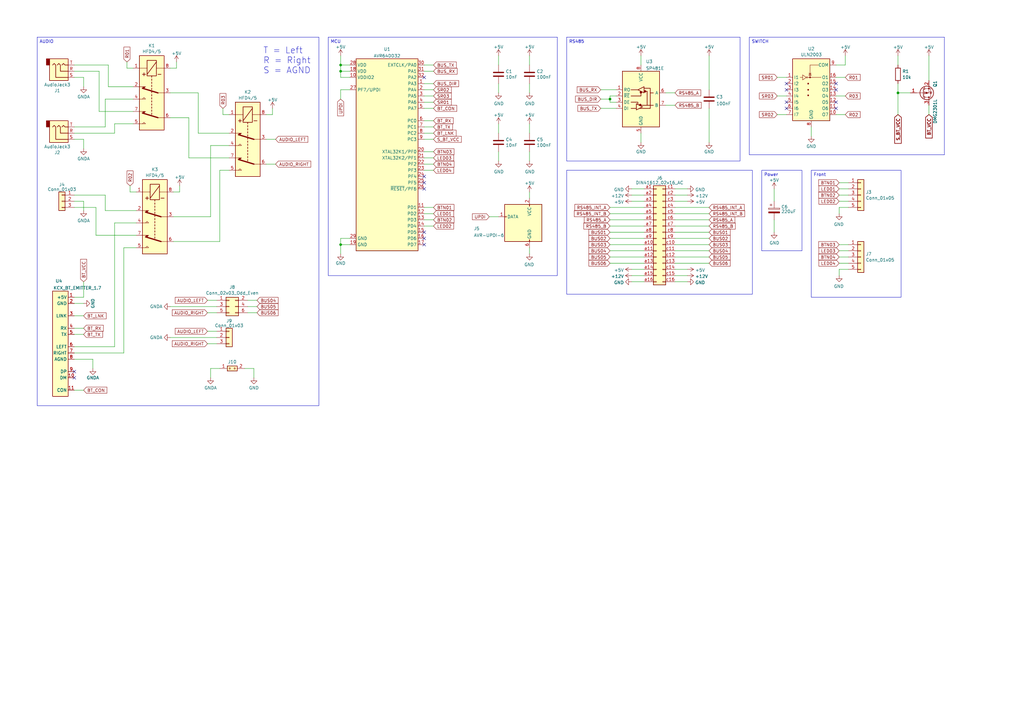
<source format=kicad_sch>
(kicad_sch (version 20230121) (generator eeschema)
  (paper "A3")
  (lib_symbols
    (symbol "Connector:AVR-UPDI-6" (pin_names (offset 1.016))
      (property "Reference" "J" (at -6.35 8.89 0))
      (property "Value" "AVR-UPDI-6" (at 0 8.89 0))
      (symbol "AVR-UPDI-6_1_1"
        (pin passive line (at 10.16 2.54 180) (length 2.54) (name "DATA") (number "1"))
        (pin passive line (at -2.54 10.16 270) (length 2.54) (name "VCC") (number "2"))
        (pin no_connect line (at 7.62 0 180) (length 2.54) hide (name "NC") (number "3"))
        (pin no_connect line (at 7.62 -2.54 180) (length 2.54) hide (name "NC") (number "4"))
        (pin no_connect line (at 7.62 -5.08 180) (length 2.54) hide (name "NC") (number "5"))
        (pin passive line (at -2.54 -10.16 90) (length 2.54) (name "GND") (number "6"))
      )
    )
    (symbol "Connector:DIN41612_02x16_AC" (pin_names (offset 1.016) hide)
      (property "Reference" "J" (at 1.27 20.32 0))
      (property "Value" "DIN41612_02x16_AC" (at 1.27 -22.86 0))
      (symbol "DIN41612_02x16_AC_1_1"
        (pin passive line (at -5.08 17.78 0) (length 3.81) (name "Pin_a1") (number "a1"))
        (pin passive line (at -5.08 -5.08 0) (length 3.81) (name "Pin_a10") (number "a10"))
        (pin passive line (at -5.08 -7.62 0) (length 3.81) (name "Pin_a11") (number "a11"))
        (pin passive line (at -5.08 -10.16 0) (length 3.81) (name "Pin_a12") (number "a12"))
        (pin passive line (at -5.08 -12.7 0) (length 3.81) (name "Pin_a13") (number "a13"))
        (pin passive line (at -5.08 -15.24 0) (length 3.81) (name "Pin_a14") (number "a14"))
        (pin passive line (at -5.08 -17.78 0) (length 3.81) (name "Pin_a15") (number "a15"))
        (pin passive line (at -5.08 -20.32 0) (length 3.81) (name "Pin_a16") (number "a16"))
        (pin passive line (at -5.08 15.24 0) (length 3.81) (name "Pin_a2") (number "a2"))
        (pin passive line (at -5.08 12.7 0) (length 3.81) (name "Pin_a3") (number "a3"))
        (pin passive line (at -5.08 10.16 0) (length 3.81) (name "Pin_a4") (number "a4"))
        (pin passive line (at -5.08 7.62 0) (length 3.81) (name "Pin_a5") (number "a5"))
        (pin passive line (at -5.08 5.08 0) (length 3.81) (name "Pin_a6") (number "a6"))
        (pin passive line (at -5.08 2.54 0) (length 3.81) (name "Pin_a7") (number "a7"))
        (pin passive line (at -5.08 0 0) (length 3.81) (name "Pin_a8") (number "a8"))
        (pin passive line (at -5.08 -2.54 0) (length 3.81) (name "Pin_a9") (number "a9"))
        (pin passive line (at 7.62 17.78 180) (length 3.81) (name "Pin_c1") (number "c1"))
        (pin passive line (at 7.62 -5.08 180) (length 3.81) (name "Pin_c10") (number "c10"))
        (pin passive line (at 7.62 -7.62 180) (length 3.81) (name "Pin_c11") (number "c11"))
        (pin passive line (at 7.62 -10.16 180) (length 3.81) (name "Pin_c12") (number "c12"))
        (pin passive line (at 7.62 -12.7 180) (length 3.81) (name "Pin_c13") (number "c13"))
        (pin passive line (at 7.62 -15.24 180) (length 3.81) (name "Pin_c14") (number "c14"))
        (pin passive line (at 7.62 -17.78 180) (length 3.81) (name "Pin_c15") (number "c15"))
        (pin passive line (at 7.62 -20.32 180) (length 3.81) (name "Pin_c16") (number "c16"))
        (pin passive line (at 7.62 15.24 180) (length 3.81) (name "Pin_c2") (number "c2"))
        (pin passive line (at 7.62 12.7 180) (length 3.81) (name "Pin_c3") (number "c3"))
        (pin passive line (at 7.62 10.16 180) (length 3.81) (name "Pin_c4") (number "c4"))
        (pin passive line (at 7.62 7.62 180) (length 3.81) (name "Pin_c5") (number "c5"))
        (pin passive line (at 7.62 5.08 180) (length 3.81) (name "Pin_c6") (number "c6"))
        (pin passive line (at 7.62 2.54 180) (length 3.81) (name "Pin_c7") (number "c7"))
        (pin passive line (at 7.62 0 180) (length 3.81) (name "Pin_c8") (number "c8"))
        (pin passive line (at 7.62 -2.54 180) (length 3.81) (name "Pin_c9") (number "c9"))
      )
    )
    (symbol "Connector_Audio:AudioJack3"
      (property "Reference" "J" (at 0 8.89 0))
      (property "Value" "AudioJack3" (at 0 6.35 0))
      (symbol "AudioJack3_1_1"
        (pin passive line (at 5.08 0 180) (length 2.54) (name "~") (number "R"))
        (pin passive line (at 5.08 2.54 180) (length 2.54) (name "~") (number "S"))
        (pin passive line (at 5.08 -2.54 180) (length 2.54) (name "~") (number "T"))
      )
    )
    (symbol "Connector_Generic:Conn_01x03" (pin_names (offset 1.016) hide)
      (property "Reference" "J" (at 0 5.08 0))
      (property "Value" "Conn_01x03" (at 0 -5.08 0))
      (symbol "Conn_01x03_1_1"
        (pin passive line (at -5.08 2.54 0) (length 3.81) (name "Pin_1") (number "1"))
        (pin passive line (at -5.08 0 0) (length 3.81) (name "Pin_2") (number "2"))
        (pin passive line (at -5.08 -2.54 0) (length 3.81) (name "Pin_3") (number "3"))
      )
    )
    (symbol "Connector_Generic:Conn_01x05" (pin_names (offset 1.016) hide)
      (property "Reference" "J" (at 0 7.62 0))
      (property "Value" "Conn_01x05" (at 0 -7.62 0))
      (symbol "Conn_01x05_1_1"
        (pin passive line (at -5.08 5.08 0) (length 3.81) (name "Pin_1") (number "1"))
        (pin passive line (at -5.08 2.54 0) (length 3.81) (name "Pin_2") (number "2"))
        (pin passive line (at -5.08 0 0) (length 3.81) (name "Pin_3") (number "3"))
        (pin passive line (at -5.08 -2.54 0) (length 3.81) (name "Pin_4") (number "4"))
        (pin passive line (at -5.08 -5.08 0) (length 3.81) (name "Pin_5") (number "5"))
      )
    )
    (symbol "Connector_Generic:Conn_02x03_Odd_Even" (pin_names (offset 1.016) hide)
      (property "Reference" "J" (at 1.27 5.08 0))
      (property "Value" "Conn_02x03_Odd_Even" (at 1.27 -5.08 0))
      (symbol "Conn_02x03_Odd_Even_1_1"
        (pin passive line (at -5.08 2.54 0) (length 3.81) (name "Pin_1") (number "1"))
        (pin passive line (at 7.62 2.54 180) (length 3.81) (name "Pin_2") (number "2"))
        (pin passive line (at -5.08 0 0) (length 3.81) (name "Pin_3") (number "3"))
        (pin passive line (at 7.62 0 180) (length 3.81) (name "Pin_4") (number "4"))
        (pin passive line (at -5.08 -2.54 0) (length 3.81) (name "Pin_5") (number "5"))
        (pin passive line (at 7.62 -2.54 180) (length 3.81) (name "Pin_6") (number "6"))
      )
    )
    (symbol "Device:C" (pin_numbers hide) (pin_names (offset 0.254))
      (property "Reference" "C" (at 0.635 2.54 0))
      (property "Value" "C" (at 0.635 -2.54 0))
      (symbol "C_1_1"
        (pin passive line (at 0 3.81 270) (length 2.794) (name "~") (number "1"))
        (pin passive line (at 0 -3.81 90) (length 2.794) (name "~") (number "2"))
      )
    )
    (symbol "Device:C_Polarized" (pin_numbers hide) (pin_names (offset 0.254))
      (property "Reference" "C" (at 0.635 2.54 0))
      (property "Value" "C_Polarized" (at 0.635 -2.54 0))
      (symbol "C_Polarized_1_1"
        (pin passive line (at 0 3.81 270) (length 2.794) (name "~") (number "1"))
        (pin passive line (at 0 -3.81 90) (length 2.794) (name "~") (number "2"))
      )
    )
    (symbol "Device:R" (pin_numbers hide) (pin_names (offset 0))
      (property "Reference" "R" (at 2.032 0 90))
      (property "Value" "R" (at 0 0 90))
      (symbol "R_1_1"
        (pin passive line (at 0 3.81 270) (length 1.27) (name "~") (number "1"))
        (pin passive line (at 0 -3.81 90) (length 1.27) (name "~") (number "2"))
      )
    )
    (symbol "Transistor_Array:ULN2003"
      (property "Reference" "U" (at 0 15.875 0))
      (property "Value" "ULN2003" (at 0 13.97 0))
      (symbol "ULN2003_1_1"
        (pin input line (at -10.16 5.08 0) (length 2.54) (name "I1") (number "1"))
        (pin open_collector line (at 10.16 -10.16 180) (length 2.54) (name "O7") (number "10"))
        (pin open_collector line (at 10.16 -7.62 180) (length 2.54) (name "O6") (number "11"))
        (pin open_collector line (at 10.16 -5.08 180) (length 2.54) (name "O5") (number "12"))
        (pin open_collector line (at 10.16 -2.54 180) (length 2.54) (name "O4") (number "13"))
        (pin open_collector line (at 10.16 0 180) (length 2.54) (name "O3") (number "14"))
        (pin open_collector line (at 10.16 2.54 180) (length 2.54) (name "O2") (number "15"))
        (pin open_collector line (at 10.16 5.08 180) (length 2.54) (name "O1") (number "16"))
        (pin input line (at -10.16 2.54 0) (length 2.54) (name "I2") (number "2"))
        (pin input line (at -10.16 0 0) (length 2.54) (name "I3") (number "3"))
        (pin input line (at -10.16 -2.54 0) (length 2.54) (name "I4") (number "4"))
        (pin input line (at -10.16 -5.08 0) (length 2.54) (name "I5") (number "5"))
        (pin input line (at -10.16 -7.62 0) (length 2.54) (name "I6") (number "6"))
        (pin input line (at -10.16 -10.16 0) (length 2.54) (name "I7") (number "7"))
        (pin power_in line (at 0 -15.24 90) (length 2.54) (name "GND") (number "8"))
        (pin passive line (at 10.16 10.16 180) (length 2.54) (name "COM") (number "9"))
      )
    )
    (symbol "Transistor_FET:DMG2301L" (pin_names hide)
      (property "Reference" "Q" (at 5.08 1.905 0))
      (property "Value" "DMG2301L" (at 5.08 0 0))
      (symbol "DMG2301L_1_1"
        (pin input line (at -5.08 0 0) (length 2.54) (name "G") (number "1"))
        (pin passive line (at 2.54 -5.08 90) (length 2.54) (name "S") (number "2"))
        (pin passive line (at 2.54 5.08 270) (length 2.54) (name "D") (number "3"))
      )
    )
    (symbol "kiu:1x02_Jumper"
      (property "Reference" "J" (at 0 2.54 0))
      (symbol "1x02_Jumper_1_1"
        (pin passive line (at -5.08 0 0) (length 3.04) (name "") (number "1"))
        (pin passive line (at 5.08 0 180) (length 3.04) (name "") (number "2"))
      )
    )
    (symbol "kiu:AVR64DD32"
      (property "Reference" "U" (at -12.7 -19.05 0))
      (property "Value" "AVR64DD32" (at 7.62 -19.05 0))
      (symbol "AVR64DD32_1_1"
        (pin bidirectional line (at 15.24 -30.48 180) (length 2.54) (name "PA3") (number "1"))
        (pin power_in line (at -15.24 -27.94 0) (length 2.54) (name "VDDIO2") (number "10"))
        (pin bidirectional line (at 15.24 -81.28 180) (length 2.54) (name "PD1") (number "11"))
        (pin bidirectional line (at 15.24 -83.82 180) (length 2.54) (name "PD2") (number "12"))
        (pin bidirectional line (at 15.24 -86.36 180) (length 2.54) (name "PD3") (number "13"))
        (pin bidirectional line (at 15.24 -88.9 180) (length 2.54) (name "PD4") (number "14"))
        (pin bidirectional line (at 15.24 -91.44 180) (length 2.54) (name "PD5") (number "15"))
        (pin bidirectional line (at 15.24 -93.98 180) (length 2.54) (name "PD6") (number "16"))
        (pin bidirectional line (at 15.24 -96.52 180) (length 2.54) (name "PD7") (number "17"))
        (pin power_in line (at -15.24 -25.4 0) (length 2.54) (name "VDD") (number "18"))
        (pin power_in line (at -15.24 -96.52 0) (length 2.54) (name "GND") (number "19"))
        (pin bidirectional line (at 15.24 -33.02 180) (length 2.54) (name "PA4") (number "2"))
        (pin bidirectional line (at 15.24 -58.42 180) (length 2.54) (name "XTAL32K1/PF0") (number "20"))
        (pin bidirectional line (at 15.24 -60.96 180) (length 2.54) (name "XTAL32K2/PF1") (number "21"))
        (pin bidirectional line (at 15.24 -63.5 180) (length 2.54) (name "PF2") (number "22"))
        (pin bidirectional line (at 15.24 -66.04 180) (length 2.54) (name "PF3") (number "23"))
        (pin bidirectional line (at 15.24 -68.58 180) (length 2.54) (name "PF4") (number "24"))
        (pin bidirectional line (at 15.24 -71.12 180) (length 2.54) (name "PF5") (number "25"))
        (pin input line (at 15.24 -73.66 180) (length 2.54) (name "~{RESET}/PF6") (number "26"))
        (pin bidirectional line (at -15.24 -33.02 0) (length 2.54) (name "PF7/UPDI") (number "27"))
        (pin power_in line (at -15.24 -22.86 0) (length 2.54) (name "VDD") (number "28"))
        (pin power_in line (at -15.24 -93.98 0) (length 2.54) (name "GND") (number "29"))
        (pin bidirectional line (at 15.24 -35.56 180) (length 2.54) (name "PA5") (number "3"))
        (pin bidirectional line (at 15.24 -22.86 180) (length 2.54) (name "EXTCLK/PA0") (number "30"))
        (pin bidirectional line (at 15.24 -25.4 180) (length 2.54) (name "PA1") (number "31"))
        (pin bidirectional line (at 15.24 -27.94 180) (length 2.54) (name "PA2") (number "32"))
        (pin bidirectional line (at 15.24 -38.1 180) (length 2.54) (name "PA6") (number "4"))
        (pin bidirectional line (at 15.24 -40.64 180) (length 2.54) (name "PA7") (number "5"))
        (pin bidirectional line (at 15.24 -45.72 180) (length 2.54) (name "PC0") (number "6"))
        (pin bidirectional line (at 15.24 -48.26 180) (length 2.54) (name "PC1") (number "7"))
        (pin bidirectional line (at 15.24 -50.8 180) (length 2.54) (name "PC2") (number "8"))
        (pin bidirectional line (at 15.24 -53.34 180) (length 2.54) (name "PC3") (number "9"))
      )
    )
    (symbol "kiu:KCX_BT_EMITTER_1.7"
      (property "Reference" "U" (at -20.32 -3.81 0))
      (property "Value" "KCX_BT_EMITTER_1.7" (at 3.175 -3.81 0))
      (symbol "KCX_BT_EMITTER_1.7_1_1"
        (pin power_in line (at -17.78 6.35 270) (length 2.54) (name "+5V") (number "1"))
        (pin bidirectional line (at 15.24 6.35 270) (length 2.54) (name "DM") (number "10"))
        (pin input line (at 20.32 6.35 270) (length 2.54) (name "CON") (number "11"))
        (pin power_in line (at -15.24 6.35 270) (length 2.54) (name "GND") (number "2"))
        (pin output line (at -10.16 6.35 270) (length 2.54) (name "LINK") (number "3"))
        (pin input line (at -5.08 6.35 270) (length 2.54) (name "RX") (number "4"))
        (pin output line (at -2.54 6.35 270) (length 2.54) (name "TX") (number "5"))
        (pin bidirectional line (at 2.54 6.35 270) (length 2.54) (name "LEFT") (number "6"))
        (pin bidirectional line (at 5.08 6.35 270) (length 2.54) (name "RIGHT") (number "7"))
        (pin power_in line (at 7.62 6.35 270) (length 2.54) (name "AGND") (number "8"))
        (pin bidirectional line (at 12.7 6.35 270) (length 2.54) (name "DP") (number "9"))
      )
    )
    (symbol "kiu:Relay_DPDT_HFD4/5"
      (property "Reference" "K" (at 16.51 3.81 0))
      (property "Value" "HFD4/5" (at 16.51 1.27 0))
      (symbol "Relay_DPDT_HFD4/5_1_1"
        (pin passive line (at -10.16 7.62 270) (length 2.54) (name "~") (number "1"))
        (pin passive line (at -2.54 7.62 270) (length 2.54) (name "~") (number "2"))
        (pin passive line (at 0 -7.62 90) (length 2.54) (name "~") (number "3"))
        (pin passive line (at 2.54 7.62 270) (length 2.54) (name "~") (number "4"))
        (pin passive line (at 12.7 7.62 270) (length 2.54) (name "~") (number "5"))
        (pin passive line (at 10.16 -7.62 90) (length 2.54) (name "~") (number "6"))
        (pin passive line (at 7.62 7.62 270) (length 2.54) (name "~") (number "7"))
        (pin passive line (at -10.16 -7.62 90) (length 2.54) (name "~") (number "8"))
      )
    )
    (symbol "kiu:SP481E"
      (property "Reference" "U" (at 3.81 12.7 0))
      (property "Value" "SP481E" (at 7.62 -12.7 0))
      (symbol "SP481E_1_1"
        (pin output line (at -10.16 3.81 0) (length 2.54) (name "RO") (number "1"))
        (pin input line (at -10.16 1.27 0) (length 2.54) (name "~{RE}") (number "2"))
        (pin input line (at -10.16 -1.27 0) (length 2.54) (name "DE") (number "3"))
        (pin input line (at -10.16 -3.81 0) (length 2.54) (name "DI") (number "4"))
        (pin power_in line (at 0 -13.97 90) (length 2.54) (name "GND") (number "5"))
        (pin bidirectional line (at 10.16 2.54 180) (length 2.54) (name "A") (number "6"))
        (pin bidirectional line (at 10.16 -2.54 180) (length 2.54) (name "B") (number "7"))
        (pin power_in line (at 0 13.97 270) (length 2.54) (name "VCC") (number "8"))
      )
    )
    (symbol "power:+12V" (power) (pin_names (offset 0))
      (property "Value" "+12V" (at 0 3.556 0))
      (symbol "+12V_1_1"
        (pin power_in line (at 0 0 90) (length 0) hide (name "+12V") (number "1"))
      )
    )
    (symbol "power:+5V" (power) (pin_names (offset 0))
      (property "Value" "+5V" (at 0 3.556 0))
      (symbol "+5V_1_1"
        (pin power_in line (at 0 0 90) (length 0) hide (name "+5V") (number "1"))
      )
    )
    (symbol "power:GND" (power) (pin_names (offset 0))
      (property "Value" "GND" (at 0 -3.81 0))
      (symbol "GND_1_1"
        (pin power_in line (at 0 0 270) (length 0) hide (name "GND") (number "1"))
      )
    )
    (symbol "power:GNDA" (power) (pin_names (offset 0))
      (property "Value" "GNDA" (at 0 -3.81 0))
      (symbol "GNDA_1_1"
        (pin power_in line (at 0 0 270) (length 0) hide (name "GNDA") (number "1"))
      )
    )
  )
  (junction (at 250.19 40.64))
  (junction (at 139.7 100.33))
  (junction (at 139.7 26.67))
  (junction (at 368.3 38.1))
  (junction (at 139.7 29.21))
  (no_connect (at 322.58 44.45))
  (no_connect (at 322.58 41.91))
  (no_connect (at 342.9 34.29))
  (no_connect (at 342.9 41.91))
  (no_connect (at 173.99 97.79))
  (no_connect (at 342.9 36.83))
  (no_connect (at 322.58 34.29))
  (no_connect (at 342.9 44.45))
  (no_connect (at 173.99 77.47))
  (no_connect (at 173.99 95.25))
  (no_connect (at 173.99 31.75))
  (no_connect (at 173.99 72.39))
  (no_connect (at 173.99 100.33))
  (no_connect (at 173.99 74.93))
  (no_connect (at 30.48 154.94))
  (no_connect (at 322.58 36.83))
  (no_connect (at 30.48 152.4))
  (wire (pts (xy 381 43.18) (xy 381 46.99)))
  (wire (pts (xy 276.86 90.17) (xy 290.83 90.17)))
  (wire (pts (xy 30.48 52.07) (xy 43.18 52.07)))
  (wire (pts (xy 139.7 29.21) (xy 139.7 31.75)))
  (wire (pts (xy 173.99 52.07) (xy 177.8 52.07)))
  (wire (pts (xy 34.29 31.75) (xy 34.29 35.56)))
  (wire (pts (xy 217.17 22.86) (xy 217.17 26.67)))
  (wire (pts (xy 332.74 52.07) (xy 332.74 55.88)))
  (wire (pts (xy 139.7 104.14) (xy 139.7 100.33)))
  (wire (pts (xy 139.7 29.21) (xy 139.7 26.67)))
  (wire (pts (xy 30.48 82.55) (xy 34.29 82.55)))
  (wire (pts (xy 368.3 38.1) (xy 368.3 46.99)))
  (wire (pts (xy 318.77 39.37) (xy 322.58 39.37)))
  (wire (pts (xy 46.99 91.44) (xy 55.88 91.44)))
  (wire (pts (xy 276.86 105.41) (xy 290.83 105.41)))
  (wire (pts (xy 342.9 39.37) (xy 346.71 39.37)))
  (wire (pts (xy 44.45 26.67) (xy 44.45 35.56)))
  (wire (pts (xy 30.48 80.01) (xy 43.18 80.01)))
  (wire (pts (xy 30.48 129.54) (xy 34.29 129.54)))
  (wire (pts (xy 139.7 100.33) (xy 143.51 100.33)))
  (wire (pts (xy 318.77 46.99) (xy 322.58 46.99)))
  (wire (pts (xy 30.48 142.24) (xy 46.99 142.24)))
  (wire (pts (xy 276.86 113.03) (xy 281.94 113.03)))
  (wire (pts (xy 71.12 88.9) (xy 86.36 88.9)))
  (wire (pts (xy 276.86 85.09) (xy 290.83 85.09)))
  (wire (pts (xy 90.17 69.85) (xy 93.98 69.85)))
  (wire (pts (xy 252.73 39.37) (xy 250.19 39.37)))
  (wire (pts (xy 259.08 82.55) (xy 264.16 82.55)))
  (wire (pts (xy 30.48 121.92) (xy 34.29 121.92)))
  (wire (pts (xy 30.48 137.16) (xy 34.29 137.16)))
  (wire (pts (xy 259.08 110.49) (xy 264.16 110.49)))
  (wire (pts (xy 276.86 80.01) (xy 281.94 80.01)))
  (wire (pts (xy 173.99 34.29) (xy 177.8 34.29)))
  (wire (pts (xy 85.09 123.19) (xy 88.9 123.19)))
  (wire (pts (xy 30.48 54.61) (xy 46.99 54.61)))
  (wire (pts (xy 104.14 151.13) (xy 104.14 154.94)))
  (wire (pts (xy 52.07 25.4) (xy 52.07 27.94)))
  (wire (pts (xy 173.99 92.71) (xy 177.8 92.71)))
  (wire (pts (xy 173.99 54.61) (xy 177.8 54.61)))
  (wire (pts (xy 69.85 48.26) (xy 77.47 48.26)))
  (wire (pts (xy 86.36 151.13) (xy 90.17 151.13)))
  (wire (pts (xy 344.17 107.95) (xy 347.98 107.95)))
  (wire (pts (xy 250.19 87.63) (xy 264.16 87.63)))
  (wire (pts (xy 217.17 78.74) (xy 217.17 81.28)))
  (wire (pts (xy 173.99 85.09) (xy 177.8 85.09)))
  (wire (pts (xy 139.7 36.83) (xy 139.7 40.64)))
  (wire (pts (xy 264.16 107.95) (xy 250.19 107.95)))
  (wire (pts (xy 276.86 77.47) (xy 281.94 77.47)))
  (wire (pts (xy 264.16 105.41) (xy 250.19 105.41)))
  (wire (pts (xy 318.77 31.75) (xy 322.58 31.75)))
  (wire (pts (xy 143.51 31.75) (xy 139.7 31.75)))
  (wire (pts (xy 39.37 96.52) (xy 55.88 96.52)))
  (wire (pts (xy 368.3 34.29) (xy 368.3 38.1)))
  (wire (pts (xy 46.99 50.8) (xy 54.61 50.8)))
  (wire (pts (xy 273.05 43.18) (xy 276.86 43.18)))
  (wire (pts (xy 90.17 99.06) (xy 90.17 69.85)))
  (wire (pts (xy 276.86 87.63) (xy 290.83 87.63)))
  (wire (pts (xy 317.5 77.47) (xy 317.5 82.55)))
  (wire (pts (xy 173.99 39.37) (xy 177.8 39.37)))
  (wire (pts (xy 217.17 62.23) (xy 217.17 66.04)))
  (wire (pts (xy 204.47 50.8) (xy 204.47 54.61)))
  (wire (pts (xy 259.08 77.47) (xy 264.16 77.47)))
  (wire (pts (xy 204.47 22.86) (xy 204.47 26.67)))
  (wire (pts (xy 101.6 128.27) (xy 105.41 128.27)))
  (wire (pts (xy 81.28 54.61) (xy 93.98 54.61)))
  (wire (pts (xy 91.44 44.45) (xy 91.44 46.99)))
  (wire (pts (xy 290.83 22.86) (xy 290.83 36.83)))
  (wire (pts (xy 101.6 123.19) (xy 105.41 123.19)))
  (wire (pts (xy 264.16 97.79) (xy 250.19 97.79)))
  (wire (pts (xy 276.86 102.87) (xy 290.83 102.87)))
  (wire (pts (xy 342.9 46.99) (xy 346.71 46.99)))
  (wire (pts (xy 39.37 85.09) (xy 39.37 96.52)))
  (wire (pts (xy 86.36 59.69) (xy 86.36 88.9)))
  (wire (pts (xy 246.38 44.45) (xy 252.73 44.45)))
  (wire (pts (xy 52.07 27.94) (xy 54.61 27.94)))
  (wire (pts (xy 143.51 26.67) (xy 139.7 26.67)))
  (wire (pts (xy 53.34 76.2) (xy 53.34 78.74)))
  (wire (pts (xy 262.89 22.86) (xy 262.89 26.67)))
  (wire (pts (xy 264.16 102.87) (xy 250.19 102.87)))
  (wire (pts (xy 43.18 80.01) (xy 43.18 86.36)))
  (wire (pts (xy 46.99 54.61) (xy 46.99 50.8)))
  (wire (pts (xy 30.48 26.67) (xy 44.45 26.67)))
  (wire (pts (xy 250.19 41.91) (xy 252.73 41.91)))
  (wire (pts (xy 173.99 36.83) (xy 177.8 36.83)))
  (wire (pts (xy 259.08 115.57) (xy 264.16 115.57)))
  (wire (pts (xy 344.17 105.41) (xy 347.98 105.41)))
  (wire (pts (xy 344.17 100.33) (xy 347.98 100.33)))
  (wire (pts (xy 346.71 26.67) (xy 342.9 26.67)))
  (wire (pts (xy 317.5 90.17) (xy 317.5 95.25)))
  (wire (pts (xy 111.76 44.45) (xy 111.76 46.99)))
  (wire (pts (xy 368.3 22.86) (xy 368.3 26.67)))
  (wire (pts (xy 46.99 142.24) (xy 46.99 91.44)))
  (wire (pts (xy 246.38 36.83) (xy 252.73 36.83)))
  (wire (pts (xy 50.8 101.6) (xy 55.88 101.6)))
  (wire (pts (xy 276.86 100.33) (xy 290.83 100.33)))
  (wire (pts (xy 71.12 99.06) (xy 90.17 99.06)))
  (wire (pts (xy 86.36 59.69) (xy 93.98 59.69)))
  (wire (pts (xy 30.48 160.02) (xy 34.29 160.02)))
  (wire (pts (xy 250.19 92.71) (xy 264.16 92.71)))
  (wire (pts (xy 43.18 40.64) (xy 54.61 40.64)))
  (wire (pts (xy 85.09 135.89) (xy 88.9 135.89)))
  (wire (pts (xy 71.12 78.74) (xy 73.66 78.74)))
  (wire (pts (xy 30.48 144.78) (xy 50.8 144.78)))
  (wire (pts (xy 81.28 38.1) (xy 81.28 54.61)))
  (wire (pts (xy 246.38 40.64) (xy 250.19 40.64)))
  (wire (pts (xy 40.64 45.72) (xy 54.61 45.72)))
  (wire (pts (xy 344.17 110.49) (xy 347.98 110.49)))
  (wire (pts (xy 250.19 40.64) (xy 250.19 41.91)))
  (wire (pts (xy 264.16 95.25) (xy 250.19 95.25)))
  (wire (pts (xy 173.99 29.21) (xy 177.8 29.21)))
  (wire (pts (xy 50.8 144.78) (xy 50.8 101.6)))
  (wire (pts (xy 53.34 78.74) (xy 55.88 78.74)))
  (wire (pts (xy 69.85 125.73) (xy 88.9 125.73)))
  (wire (pts (xy 173.99 44.45) (xy 177.8 44.45)))
  (wire (pts (xy 30.48 85.09) (xy 39.37 85.09)))
  (wire (pts (xy 344.17 77.47) (xy 347.98 77.47)))
  (wire (pts (xy 34.29 57.15) (xy 34.29 60.96)))
  (wire (pts (xy 101.6 125.73) (xy 105.41 125.73)))
  (wire (pts (xy 173.99 62.23) (xy 177.8 62.23)))
  (wire (pts (xy 30.48 29.21) (xy 40.64 29.21)))
  (wire (pts (xy 344.17 85.09) (xy 347.98 85.09)))
  (wire (pts (xy 69.85 138.43) (xy 88.9 138.43)))
  (wire (pts (xy 86.36 151.13) (xy 86.36 154.94)))
  (wire (pts (xy 262.89 54.61) (xy 262.89 58.42)))
  (wire (pts (xy 344.17 85.09) (xy 344.17 87.63)))
  (wire (pts (xy 69.85 27.94) (xy 72.39 27.94)))
  (wire (pts (xy 34.29 115.57) (xy 34.29 121.92)))
  (wire (pts (xy 200.66 88.9) (xy 204.47 88.9)))
  (wire (pts (xy 30.48 124.46) (xy 34.29 124.46)))
  (wire (pts (xy 276.86 82.55) (xy 281.94 82.55)))
  (wire (pts (xy 217.17 34.29) (xy 217.17 38.1)))
  (wire (pts (xy 250.19 90.17) (xy 264.16 90.17)))
  (wire (pts (xy 43.18 86.36) (xy 55.88 86.36)))
  (wire (pts (xy 344.17 74.93) (xy 347.98 74.93)))
  (wire (pts (xy 344.17 110.49) (xy 344.17 113.03)))
  (wire (pts (xy 342.9 31.75) (xy 346.71 31.75)))
  (wire (pts (xy 30.48 134.62) (xy 34.29 134.62)))
  (wire (pts (xy 139.7 36.83) (xy 143.51 36.83)))
  (wire (pts (xy 143.51 97.79) (xy 139.7 97.79)))
  (wire (pts (xy 38.1 147.32) (xy 38.1 151.13)))
  (wire (pts (xy 173.99 64.77) (xy 177.8 64.77)))
  (wire (pts (xy 77.47 48.26) (xy 77.47 64.77)))
  (wire (pts (xy 264.16 100.33) (xy 250.19 100.33)))
  (wire (pts (xy 85.09 140.97) (xy 88.9 140.97)))
  (wire (pts (xy 173.99 87.63) (xy 177.8 87.63)))
  (wire (pts (xy 109.22 46.99) (xy 111.76 46.99)))
  (wire (pts (xy 173.99 41.91) (xy 177.8 41.91)))
  (wire (pts (xy 30.48 147.32) (xy 38.1 147.32)))
  (wire (pts (xy 250.19 39.37) (xy 250.19 40.64)))
  (wire (pts (xy 173.99 90.17) (xy 177.8 90.17)))
  (wire (pts (xy 143.51 29.21) (xy 139.7 29.21)))
  (wire (pts (xy 173.99 57.15) (xy 177.8 57.15)))
  (wire (pts (xy 173.99 69.85) (xy 177.8 69.85)))
  (wire (pts (xy 34.29 82.55) (xy 34.29 86.36)))
  (wire (pts (xy 290.83 44.45) (xy 290.83 58.42)))
  (wire (pts (xy 259.08 113.03) (xy 264.16 113.03)))
  (wire (pts (xy 173.99 67.31) (xy 177.8 67.31)))
  (wire (pts (xy 217.17 50.8) (xy 217.17 54.61)))
  (wire (pts (xy 73.66 76.2) (xy 73.66 78.74)))
  (wire (pts (xy 217.17 101.6) (xy 217.17 104.14)))
  (wire (pts (xy 30.48 31.75) (xy 34.29 31.75)))
  (wire (pts (xy 276.86 92.71) (xy 290.83 92.71)))
  (wire (pts (xy 276.86 110.49) (xy 281.94 110.49)))
  (wire (pts (xy 40.64 29.21) (xy 40.64 45.72)))
  (wire (pts (xy 344.17 82.55) (xy 347.98 82.55)))
  (wire (pts (xy 109.22 57.15) (xy 113.03 57.15)))
  (wire (pts (xy 139.7 97.79) (xy 139.7 100.33)))
  (wire (pts (xy 250.19 85.09) (xy 264.16 85.09)))
  (wire (pts (xy 30.48 57.15) (xy 34.29 57.15)))
  (wire (pts (xy 77.47 64.77) (xy 93.98 64.77)))
  (wire (pts (xy 44.45 35.56) (xy 54.61 35.56)))
  (wire (pts (xy 72.39 25.4) (xy 72.39 27.94)))
  (wire (pts (xy 346.71 22.86) (xy 346.71 26.67)))
  (wire (pts (xy 276.86 107.95) (xy 290.83 107.95)))
  (wire (pts (xy 276.86 95.25) (xy 290.83 95.25)))
  (wire (pts (xy 273.05 38.1) (xy 276.86 38.1)))
  (wire (pts (xy 259.08 80.01) (xy 264.16 80.01)))
  (wire (pts (xy 344.17 80.01) (xy 347.98 80.01)))
  (wire (pts (xy 344.17 102.87) (xy 347.98 102.87)))
  (wire (pts (xy 204.47 34.29) (xy 204.47 38.1)))
  (wire (pts (xy 85.09 128.27) (xy 88.9 128.27)))
  (wire (pts (xy 381 22.86) (xy 381 33.02)))
  (wire (pts (xy 91.44 46.99) (xy 93.98 46.99)))
  (wire (pts (xy 204.47 62.23) (xy 204.47 66.04)))
  (wire (pts (xy 276.86 115.57) (xy 281.94 115.57)))
  (wire (pts (xy 100.33 151.13) (xy 104.14 151.13)))
  (wire (pts (xy 173.99 49.53) (xy 177.8 49.53)))
  (wire (pts (xy 69.85 38.1) (xy 81.28 38.1)))
  (wire (pts (xy 139.7 26.67) (xy 139.7 22.86)))
  (wire (pts (xy 43.18 52.07) (xy 43.18 40.64)))
  (wire (pts (xy 368.3 38.1) (xy 373.38 38.1)))
  (wire (pts (xy 109.22 67.31) (xy 113.03 67.31)))
  (wire (pts (xy 276.86 97.79) (xy 290.83 97.79)))
  (wire (pts (xy 173.99 26.67) (xy 177.8 26.67)))
  (rectangle (start 232.41 69.85) (end 308.61 120.65))
  (text_box "Power" (at 312.42 69.85 0) (size 16.51 33.02) (effects (font (size 1.27 1.27)) (justify left top)))
  (text_box "Front" (at 332.74 69.85 0) (size 36.83 52.07) (effects (font (size 1.27 1.27)) (justify left top)))
  (text_box "SWITCH" (at 307.34 15.24 0) (size 80.01 48.26) (effects (font (size 1.27 1.27)) (justify left top)))
  (text_box "RS485" (at 232.41 15.24 0) (size 71.12 50.8) (effects (font (size 1.27 1.27)) (justify left top)))
  (text_box "MCU" (at 134.62 15.24 0) (size 93.98 97.79) (effects (font (size 1.27 1.27)) (justify left top)))
  (text_box "AUDIO" (at 15.24 15.24 0) (size 115.57 151.13) (effects (font (size 1.27 1.27)) (justify left top)))
  (text "T = Left\nR = Right\nS = AGND" (at 107.95 30.48 0) (effects (font (size 2.54 2.54)) (justify left bottom)))
  (global_label "BUS04" (shape input) (at 290.83 102.87 0) (property "Intersheetrefs" "${INTERSHEET_REFS}" (effects hide)))
  (global_label "BUS04" (shape input) (at 250.19 102.87 180) (property "Intersheetrefs" "${INTERSHEET_REFS}" (effects hide)))
  (global_label "BT_TX" (shape input) (at 177.8 52.07 0) (property "Intersheetrefs" "${INTERSHEET_REFS}" (effects hide)))
  (global_label "RS485_INT_B" (shape input) (at 290.83 87.63 0) (property "Intersheetrefs" "${INTERSHEET_REFS}" (effects hide)))
  (global_label "BUS06" (shape input) (at 105.41 128.27 0) (property "Intersheetrefs" "${INTERSHEET_REFS}" (effects hide)))
  (global_label "BT_LNK" (shape input) (at 34.29 129.54 0) (property "Intersheetrefs" "${INTERSHEET_REFS}" (effects hide)))
  (global_label "BTN04" (shape input) (at 344.17 105.41 180) (property "Intersheetrefs" "${INTERSHEET_REFS}" (effects hide)))
  (global_label "BUS_TX" (shape input) (at 177.8 26.67 0) (property "Intersheetrefs" "${INTERSHEET_REFS}" (effects hide)))
  (global_label "BUS02" (shape input) (at 250.19 97.79 180) (property "Intersheetrefs" "${INTERSHEET_REFS}" (effects hide)))
  (global_label "RS485_A" (shape input) (at 276.86 38.1 0) (property "Intersheetrefs" "${INTERSHEET_REFS}" (effects hide)))
  (global_label "BUS02" (shape input) (at 290.83 97.79 0) (property "Intersheetrefs" "${INTERSHEET_REFS}" (effects hide)))
  (global_label "BUS05" (shape input) (at 250.19 105.41 180) (property "Intersheetrefs" "${INTERSHEET_REFS}" (effects hide)))
  (global_label "BUS_RX" (shape input) (at 177.8 29.21 0) (property "Intersheetrefs" "${INTERSHEET_REFS}" (effects hide)))
  (global_label "RS485_A" (shape input) (at 250.19 90.17 180) (property "Intersheetrefs" "${INTERSHEET_REFS}" (effects hide)))
  (global_label "RS485_B" (shape input) (at 250.19 92.71 180) (property "Intersheetrefs" "${INTERSHEET_REFS}" (effects hide)))
  (global_label "BUS04" (shape input) (at 105.41 123.19 0) (property "Intersheetrefs" "${INTERSHEET_REFS}" (effects hide)))
  (global_label "AUDIO_RIGHT" (shape input) (at 85.09 128.27 180) (property "Intersheetrefs" "${INTERSHEET_REFS}" (effects hide)))
  (global_label "SR01" (shape input) (at 177.8 41.91 0) (property "Intersheetrefs" "${INTERSHEET_REFS}" (effects hide)))
  (global_label "LED03" (shape input) (at 177.8 64.77 0) (property "Intersheetrefs" "${INTERSHEET_REFS}" (effects hide)))
  (global_label "BUS_RX" (shape input) (at 246.38 36.83 180) (property "Intersheetrefs" "${INTERSHEET_REFS}" (effects hide)))
  (global_label "BTN02" (shape input) (at 344.17 80.01 180) (property "Intersheetrefs" "${INTERSHEET_REFS}" (effects hide)))
  (global_label "R02" (shape input) (at 53.34 76.2 90) (property "Intersheetrefs" "${INTERSHEET_REFS}" (effects hide)))
  (global_label "S_BT_VCC" (shape input) (at 177.8 57.15 0) (property "Intersheetrefs" "${INTERSHEET_REFS}" (effects hide)))
  (global_label "R02" (shape input) (at 346.71 46.99 0) (property "Intersheetrefs" "${INTERSHEET_REFS}" (effects hide)))
  (global_label "LED02" (shape input) (at 177.8 92.71 0) (property "Intersheetrefs" "${INTERSHEET_REFS}" (effects hide)))
  (global_label "BUS01" (shape input) (at 250.19 95.25 180) (property "Intersheetrefs" "${INTERSHEET_REFS}" (effects hide)))
  (global_label "BT_RX" (shape input) (at 34.29 134.62 0) (property "Intersheetrefs" "${INTERSHEET_REFS}" (effects hide)))
  (global_label "BT_CON" (shape input) (at 34.29 160.02 0) (property "Intersheetrefs" "${INTERSHEET_REFS}" (effects hide)))
  (global_label "RS485_B" (shape input) (at 276.86 43.18 0) (property "Intersheetrefs" "${INTERSHEET_REFS}" (effects hide)))
  (global_label "RS485_B" (shape input) (at 290.83 92.71 0) (property "Intersheetrefs" "${INTERSHEET_REFS}" (effects hide)))
  (global_label "BUS05" (shape input) (at 105.41 125.73 0) (property "Intersheetrefs" "${INTERSHEET_REFS}" (effects hide)))
  (global_label "SR02" (shape input) (at 318.77 46.99 180) (property "Intersheetrefs" "${INTERSHEET_REFS}" (effects hide)))
  (global_label "LED04" (shape input) (at 177.8 69.85 0) (property "Intersheetrefs" "${INTERSHEET_REFS}" (effects hide)))
  (global_label "BUS_DIR" (shape input) (at 177.8 34.29 0) (property "Intersheetrefs" "${INTERSHEET_REFS}" (effects hide)))
  (global_label "BUS06" (shape input) (at 290.83 107.95 0) (property "Intersheetrefs" "${INTERSHEET_REFS}" (effects hide)))
  (global_label "UPDI" (shape input) (at 200.66 88.9 180) (property "Intersheetrefs" "${INTERSHEET_REFS}" (effects hide)))
  (global_label "SR03" (shape input) (at 177.8 39.37 0) (property "Intersheetrefs" "${INTERSHEET_REFS}" (effects hide)))
  (global_label "R03" (shape input) (at 91.44 44.45 90) (property "Intersheetrefs" "${INTERSHEET_REFS}" (effects hide)))
  (global_label "LED01" (shape input) (at 177.8 87.63 0) (property "Intersheetrefs" "${INTERSHEET_REFS}" (effects hide)))
  (global_label "BUS_TX" (shape input) (at 246.38 44.45 180) (property "Intersheetrefs" "${INTERSHEET_REFS}" (effects hide)))
  (global_label "UPDI" (shape input) (at 139.7 40.64 270) (property "Intersheetrefs" "${INTERSHEET_REFS}" (effects hide)))
  (global_label "LED02" (shape input) (at 344.17 82.55 180) (property "Intersheetrefs" "${INTERSHEET_REFS}" (effects hide)))
  (global_label "SR02" (shape input) (at 177.8 36.83 0) (property "Intersheetrefs" "${INTERSHEET_REFS}" (effects hide)))
  (global_label "RS485_A" (shape input) (at 290.83 90.17 0) (property "Intersheetrefs" "${INTERSHEET_REFS}" (effects hide)))
  (global_label "BTN04" (shape input) (at 177.8 67.31 0) (property "Intersheetrefs" "${INTERSHEET_REFS}" (effects hide)))
  (global_label "AUDIO_LEFT" (shape input) (at 85.09 135.89 180) (property "Intersheetrefs" "${INTERSHEET_REFS}" (effects hide)))
  (global_label "RS485_INT_A" (shape input) (at 290.83 85.09 0) (property "Intersheetrefs" "${INTERSHEET_REFS}" (effects hide)))
  (global_label "LED01" (shape input) (at 344.17 77.47 180) (property "Intersheetrefs" "${INTERSHEET_REFS}" (effects hide)))
  (global_label "BT_CON" (shape input) (at 177.8 44.45 0) (property "Intersheetrefs" "${INTERSHEET_REFS}" (effects hide)))
  (global_label "BT_RX" (shape input) (at 177.8 49.53 0) (property "Intersheetrefs" "${INTERSHEET_REFS}" (effects hide)))
  (global_label "R03" (shape input) (at 346.71 39.37 0) (property "Intersheetrefs" "${INTERSHEET_REFS}" (effects hide)))
  (global_label "BT_VCC" (shape input) (at 381 46.99 270) (effects (font bold)) (property "Intersheetrefs" "${INTERSHEET_REFS}" (effects hide)))
  (global_label "S_BT_VCC" (shape input) (at 368.3 46.99 270) (effects (font bold)) (property "Intersheetrefs" "${INTERSHEET_REFS}" (effects hide)))
  (global_label "BUS03" (shape input) (at 290.83 100.33 0) (property "Intersheetrefs" "${INTERSHEET_REFS}" (effects hide)))
  (global_label "BT_LNK" (shape input) (at 177.8 54.61 0) (property "Intersheetrefs" "${INTERSHEET_REFS}" (effects hide)))
  (global_label "BUS_DIR" (shape input) (at 246.38 40.64 180) (property "Intersheetrefs" "${INTERSHEET_REFS}" (effects hide)))
  (global_label "LED04" (shape input) (at 344.17 107.95 180) (property "Intersheetrefs" "${INTERSHEET_REFS}" (effects hide)))
  (global_label "BUS05" (shape input) (at 290.83 105.41 0) (property "Intersheetrefs" "${INTERSHEET_REFS}" (effects hide)))
  (global_label "AUDIO_LEFT" (shape input) (at 85.09 123.19 180) (property "Intersheetrefs" "${INTERSHEET_REFS}" (effects hide)))
  (global_label "R01" (shape input) (at 346.71 31.75 0) (property "Intersheetrefs" "${INTERSHEET_REFS}" (effects hide)))
  (global_label "BUS01" (shape input) (at 290.83 95.25 0) (property "Intersheetrefs" "${INTERSHEET_REFS}" (effects hide)))
  (global_label "AUDIO_RIGHT" (shape input) (at 85.09 140.97 180) (property "Intersheetrefs" "${INTERSHEET_REFS}" (effects hide)))
  (global_label "BUS03" (shape input) (at 250.19 100.33 180) (property "Intersheetrefs" "${INTERSHEET_REFS}" (effects hide)))
  (global_label "BTN03" (shape input) (at 177.8 62.23 0) (property "Intersheetrefs" "${INTERSHEET_REFS}" (effects hide)))
  (global_label "AUDIO_LEFT" (shape input) (at 113.03 57.15 0) (property "Intersheetrefs" "${INTERSHEET_REFS}" (effects hide)))
  (global_label "BTN01" (shape input) (at 344.17 74.93 180) (property "Intersheetrefs" "${INTERSHEET_REFS}" (effects hide)))
  (global_label "SR01" (shape input) (at 318.77 31.75 180) (property "Intersheetrefs" "${INTERSHEET_REFS}" (effects hide)))
  (global_label "SR03" (shape input) (at 318.77 39.37 180) (property "Intersheetrefs" "${INTERSHEET_REFS}" (effects hide)))
  (global_label "AUDIO_RIGHT" (shape input) (at 113.03 67.31 0) (property "Intersheetrefs" "${INTERSHEET_REFS}" (effects hide)))
  (global_label "LED03" (shape input) (at 344.17 102.87 180) (property "Intersheetrefs" "${INTERSHEET_REFS}" (effects hide)))
  (global_label "R01" (shape input) (at 52.07 25.4 90) (property "Intersheetrefs" "${INTERSHEET_REFS}" (effects hide)))
  (global_label "BTN01" (shape input) (at 177.8 85.09 0) (property "Intersheetrefs" "${INTERSHEET_REFS}" (effects hide)))
  (global_label "RS485_INT_B" (shape input) (at 250.19 87.63 180) (property "Intersheetrefs" "${INTERSHEET_REFS}" (effects hide)))
  (global_label "BUS06" (shape input) (at 250.19 107.95 180) (property "Intersheetrefs" "${INTERSHEET_REFS}" (effects hide)))
  (global_label "BTN02" (shape input) (at 177.8 90.17 0) (property "Intersheetrefs" "${INTERSHEET_REFS}" (effects hide)))
  (global_label "BT_VCC" (shape input) (at 34.29 115.57 90) (property "Intersheetrefs" "${INTERSHEET_REFS}" (effects hide)))
  (global_label "BTN03" (shape input) (at 344.17 100.33 180) (property "Intersheetrefs" "${INTERSHEET_REFS}" (effects hide)))
  (global_label "BT_TX" (shape input) (at 34.29 137.16 0) (property "Intersheetrefs" "${INTERSHEET_REFS}" (effects hide)))
  (global_label "RS485_INT_A" (shape input) (at 250.19 85.09 180) (property "Intersheetrefs" "${INTERSHEET_REFS}" (effects hide)))
  (symbol (lib_id "Connector_Audio:AudioJack3") (at 25.4 54.61 0) (mirror x) (unit 1)
    (property "Reference" "J2" (at 23.495 62.5643 0))
    (property "Value" "AudioJack3" (at 23.495 60.1401 0))
    (property "Footprint" "kiu:PJ-325C5" (effects hide))
  )
  (symbol (lib_id "kiu:Relay_DPDT_HFD4/5") (at 63.5 88.9 90) (mirror x) (unit 1)
    (property "Reference" "K3" (at 63.5 69.5157 90))
    (property "Value" "HFD4/5" (at 63.5 71.9399 90))
    (property "Footprint" "kiu:Relay_DPDT_HDF4-5" (effects hide))
    (property "Datasheet" "https://datasheet.lcsc.com/lcsc/2304140030_HF-Xiamen-Hongfa-Electroacoustic-HFD4-5_C23510.pdf" (effects hide))
  )
  (symbol (lib_id "power:+5V") (at 217.17 50.8 0) (unit 1)
    (property "Reference" "#PWR015" (effects hide))
    (property "Value" "+5V" (at 217.17 47.1955 0))
  )
  (symbol (lib_id "kiu:KCX_BT_EMITTER_1.7") (at 24.13 139.7 270) (unit 1)
    (property "Reference" "U4" (at 24.13 115.2357 90))
    (property "Value" "KCX_BT_EMITTER_1.7" (at 31.75 118.11 90))
    (property "Footprint" "kiu:KCX_BT_EMITTER_V1.7 12P" (effects hide))
  )
  (symbol (lib_id "power:+5V") (at 346.71 22.86 0) (unit 1)
    (property "Reference" "#PWR06" (effects hide))
    (property "Value" "+5V" (at 346.71 19.3581 0))
  )
  (symbol (lib_id "power:GND") (at 217.17 38.1 0) (unit 1)
    (property "Reference" "#PWR012" (effects hide))
    (property "Value" "GND" (at 217.297 42.4942 0))
  )
  (symbol (lib_id "Transistor_FET:DMG2301L") (at 378.46 38.1 0) (mirror x) (unit 1)
    (property "Reference" "Q1" (at 383.54 33.02 90) (effects (justify left)))
    (property "Value" "DMG2301L" (at 383.54 40.64 90) (effects (justify left)))
    (property "Footprint" "Package_TO_SOT_SMD:SOT-23" (effects hide))
    (property "Datasheet" "https://www.diodes.com/assets/Datasheets/DMG2301L.pdf" (effects hide))
  )
  (symbol (lib_id "Device:R") (at 368.3 30.48 0) (unit 1)
    (property "Reference" "R1" (at 370.078 29.2679 0) (effects (justify left)))
    (property "Value" "10k" (at 370.078 31.6921 0) (effects (justify left)))
    (property "Footprint" "Resistor_SMD:R_0805_2012Metric" (effects hide))
  )
  (symbol (lib_id "power:+5V") (at 73.66 76.2 0) (mirror y) (unit 1)
    (property "Reference" "#PWR022" (effects hide))
    (property "Value" "+5V" (at 73.66 72.6981 0))
  )
  (symbol (lib_id "power:GND") (at 290.83 58.42 0) (unit 1)
    (property "Reference" "#PWR018" (effects hide))
    (property "Value" "GND" (at 290.83 62.23 0))
  )
  (symbol (lib_id "power:+5V") (at 381 22.86 0) (mirror y) (unit 1)
    (property "Reference" "#PWR08" (effects hide))
    (property "Value" "+5V" (at 381 19.3581 0))
  )
  (symbol (lib_id "power:+5V") (at 72.39 25.4 0) (mirror y) (unit 1)
    (property "Reference" "#PWR09" (effects hide))
    (property "Value" "+5V" (at 72.39 21.8981 0))
  )
  (symbol (lib_id "power:+5V") (at 217.17 22.86 0) (unit 1)
    (property "Reference" "#PWR03" (effects hide))
    (property "Value" "+5V" (at 217.17 19.2555 0))
  )
  (symbol (lib_id "power:+5V") (at 262.89 22.86 0) (unit 1)
    (property "Reference" "#PWR04" (effects hide))
    (property "Value" "+5V" (at 262.89 19.2555 0))
  )
  (symbol (lib_id "power:+5V") (at 259.08 82.55 90) (unit 1)
    (property "Reference" "#PWR029" (effects hide))
    (property "Value" "+5V" (at 255.9051 82.8668 90) (effects (justify left)))
  )
  (symbol (lib_id "power:+5V") (at 317.5 77.47 0) (unit 1)
    (property "Reference" "#PWR025" (effects hide))
    (property "Value" "+5V" (at 317.5 73.8655 0))
  )
  (symbol (lib_id "Connector_Generic:Conn_01x05") (at 353.06 80.01 0) (unit 1)
    (property "Reference" "J3" (at 355.092 78.7979 0) (effects (justify left)))
    (property "Value" "Conn_01x05" (at 355.092 81.2221 0) (effects (justify left)))
    (property "Footprint" "Connector_JST:JST_PH_B5B-PH-K_1x05_P2.00mm_Vertical" (effects hide))
  )
  (symbol (lib_id "Connector_Generic:Conn_02x03_Odd_Even") (at 93.98 125.73 0) (unit 1)
    (property "Reference" "J8" (at 95.25 117.7757 0))
    (property "Value" "Conn_02x03_Odd_Even" (at 95.25 120.1999 0))
    (property "Footprint" "Connector_PinHeader_2.54mm:PinHeader_2x03_P2.54mm_Vertical" (effects hide))
  )
  (symbol (lib_id "Device:C") (at 204.47 30.48 0) (unit 1)
    (property "Reference" "C1" (at 207.391 29.3116 0) (effects (justify left)))
    (property "Value" "10nF" (at 207.391 31.623 0) (effects (justify left)))
    (property "Footprint" "Capacitor_SMD:C_0805_2012Metric" (effects hide))
  )
  (symbol (lib_id "power:GND") (at 344.17 87.63 0) (mirror y) (unit 1)
    (property "Reference" "#PWR032" (effects hide))
    (property "Value" "GND" (at 344.043 92.0242 0))
  )
  (symbol (lib_id "power:+5V") (at 281.94 82.55 270) (unit 1)
    (property "Reference" "#PWR030" (effects hide))
    (property "Value" "+5V" (at 285.115 82.8668 90) (effects (justify left)))
  )
  (symbol (lib_id "power:+5V") (at 259.08 110.49 90) (unit 1)
    (property "Reference" "#PWR036" (effects hide))
    (property "Value" "+5V" (at 255.9051 110.8068 90) (effects (justify left)))
  )
  (symbol (lib_id "Device:C") (at 217.17 58.42 0) (unit 1)
    (property "Reference" "C5" (at 220.091 57.2516 0) (effects (justify left)))
    (property "Value" "100nF" (at 220.091 59.563 0) (effects (justify left)))
    (property "Footprint" "Capacitor_SMD:C_0805_2012Metric" (effects hide))
  )
  (symbol (lib_id "power:GND") (at 344.17 113.03 0) (mirror y) (unit 1)
    (property "Reference" "#PWR040" (effects hide))
    (property "Value" "GND" (at 344.043 117.4242 0))
  )
  (symbol (lib_id "power:GND") (at 317.5 95.25 0) (unit 1)
    (property "Reference" "#PWR033" (effects hide))
    (property "Value" "GND" (at 317.627 99.6442 0))
  )
  (symbol (lib_id "Connector:DIN41612_02x16_AC") (at 269.24 95.25 0) (unit 1)
    (property "Reference" "J6" (at 270.51 73.009 0))
    (property "Value" "DIN41612_02x16_AC" (at 270.51 74.93 0))
    (property "Footprint" "Connector_DIN:DIN41612_C2_2x16_Male_Horizontal_THT" (effects hide))
  )
  (symbol (lib_id "power:+5V") (at 217.17 78.74 0) (unit 1)
    (property "Reference" "#PWR026" (effects hide))
    (property "Value" "+5V" (at 217.17 75.1355 0))
  )
  (symbol (lib_id "kiu:Relay_DPDT_HFD4/5") (at 101.6 57.15 90) (mirror x) (unit 1)
    (property "Reference" "K2" (at 101.6 37.7657 90))
    (property "Value" "HFD4/5" (at 101.6 40.1899 90))
    (property "Footprint" "kiu:Relay_DPDT_HDF4-5" (effects hide))
    (property "Datasheet" "https://datasheet.lcsc.com/lcsc/2304140030_HF-Xiamen-Hongfa-Electroacoustic-HFD4-5_C23510.pdf" (effects hide))
  )
  (symbol (lib_id "power:GNDA") (at 69.85 125.73 270) (unit 1)
    (property "Reference" "#PWR044" (effects hide))
    (property "Value" "GNDA" (at 66.6751 125.73 90) (effects (justify right)))
  )
  (symbol (lib_id "power:+12V") (at 259.08 80.01 90) (unit 1)
    (property "Reference" "#PWR027" (effects hide))
    (property "Value" "+12V" (at 255.905 80.3268 90) (effects (justify left)))
  )
  (symbol (lib_id "power:+5V") (at 139.7 22.86 0) (unit 1)
    (property "Reference" "#PWR01" (effects hide))
    (property "Value" "+5V" (at 139.7 19.2555 0))
  )
  (symbol (lib_id "power:+5V") (at 204.47 22.86 0) (unit 1)
    (property "Reference" "#PWR02" (effects hide))
    (property "Value" "+5V" (at 204.47 19.2555 0))
  )
  (symbol (lib_id "power:+5V") (at 204.47 50.8 0) (unit 1)
    (property "Reference" "#PWR014" (effects hide))
    (property "Value" "+5V" (at 204.47 47.1955 0))
  )
  (symbol (lib_id "kiu:1x02_Jumper") (at 95.25 151.13 0) (unit 1)
    (property "Reference" "J10" (at 95.25 148.3939 0))
    (property "Value" "1x02_Jumper" (effects hide))
    (property "Footprint" "Connector_PinHeader_2.54mm:PinHeader_1x02_P2.54mm_Vertical" (effects hide))
  )
  (symbol (lib_id "Connector_Generic:Conn_01x03") (at 25.4 82.55 0) (mirror y) (unit 1)
    (property "Reference" "J4" (at 25.4 75.7301 0))
    (property "Value" "Conn_01x03" (at 25.4 77.6511 0))
    (property "Footprint" "Connector_PinHeader_2.54mm:PinHeader_1x03_P2.54mm_Vertical" (effects hide))
  )
  (symbol (lib_id "kiu:AVR64DD32") (at 158.75 3.81 0) (unit 1)
    (property "Reference" "U1" (at 158.75 20.1635 0))
    (property "Value" "AVR64DD32" (at 158.75 22.9386 0))
    (property "Footprint" "Package_QFP:TQFP-32_7x7mm_P0.8mm" (effects hide))
  )
  (symbol (lib_id "kiu:SP481E") (at 262.89 40.64 0) (unit 1)
    (property "Reference" "U3" (at 264.9094 25.2435 0) (effects (justify left)))
    (property "Value" "SP481E" (at 264.9094 28.0186 0) (effects (justify left)))
    (property "Footprint" "Package_SO:SOIC-8_3.9x4.9mm_P1.27mm" (effects hide))
  )
  (symbol (lib_id "Device:C") (at 204.47 58.42 0) (unit 1)
    (property "Reference" "C4" (at 207.391 57.2516 0) (effects (justify left)))
    (property "Value" "10nF" (at 207.391 59.563 0) (effects (justify left)))
    (property "Footprint" "Capacitor_SMD:C_0805_2012Metric" (effects hide))
  )
  (symbol (lib_id "power:+12V") (at 281.94 80.01 270) (mirror x) (unit 1)
    (property "Reference" "#PWR028" (effects hide))
    (property "Value" "+12V" (at 285.115 80.3268 90) (effects (justify left)))
  )
  (symbol (lib_id "power:+5V") (at 111.76 44.45 0) (mirror y) (unit 1)
    (property "Reference" "#PWR013" (effects hide))
    (property "Value" "+5V" (at 111.76 40.9481 0))
  )
  (symbol (lib_id "kiu:Relay_DPDT_HFD4/5") (at 62.23 38.1 90) (mirror x) (unit 1)
    (property "Reference" "K1" (at 62.23 18.7157 90))
    (property "Value" "HFD4/5" (at 62.23 21.1399 90))
    (property "Footprint" "kiu:Relay_DPDT_HDF4-5" (effects hide))
    (property "Datasheet" "https://datasheet.lcsc.com/lcsc/2304140030_HF-Xiamen-Hongfa-Electroacoustic-HFD4-5_C23510.pdf" (effects hide))
  )
  (symbol (lib_id "power:GND") (at 281.94 115.57 90) (mirror x) (unit 1)
    (property "Reference" "#PWR042" (effects hide))
    (property "Value" "GND" (at 285.1149 115.8868 90) (effects (justify right)))
  )
  (symbol (lib_id "power:GND") (at 217.17 104.14 0) (mirror y) (unit 1)
    (property "Reference" "#PWR035" (effects hide))
    (property "Value" "GND" (at 217.043 108.5342 0))
  )
  (symbol (lib_id "power:GND") (at 262.89 58.42 0) (unit 1)
    (property "Reference" "#PWR017" (effects hide))
    (property "Value" "GND" (at 262.89 62.23 0))
  )
  (symbol (lib_id "Connector_Generic:Conn_01x05") (at 353.06 105.41 0) (unit 1)
    (property "Reference" "J7" (at 355.092 104.1979 0) (effects (justify left)))
    (property "Value" "Conn_01x05" (at 355.092 106.6221 0) (effects (justify left)))
    (property "Footprint" "Connector_JST:JST_PH_B5B-PH-K_1x05_P2.00mm_Vertical" (effects hide))
  )
  (symbol (lib_id "power:GND") (at 104.14 154.94 0) (unit 1)
    (property "Reference" "#PWR048" (effects hide))
    (property "Value" "GND" (at 104.14 159.0755 0))
  )
  (symbol (lib_id "power:GNDA") (at 69.85 138.43 270) (unit 1)
    (property "Reference" "#PWR045" (effects hide))
    (property "Value" "GNDA" (at 66.6751 138.43 90) (effects (justify right)))
  )
  (symbol (lib_id "power:GNDA") (at 34.29 35.56 0) (unit 1)
    (property "Reference" "#PWR010" (effects hide))
    (property "Value" "GNDA" (at 34.29 39.6955 0))
  )
  (symbol (lib_id "Connector_Generic:Conn_01x03") (at 93.98 138.43 0) (unit 1)
    (property "Reference" "J9" (at 93.98 131.6101 0))
    (property "Value" "Conn_01x03" (at 93.98 133.5311 0))
    (property "Footprint" "Connector_PinHeader_2.54mm:PinHeader_1x03_P2.54mm_Vertical" (effects hide))
  )
  (symbol (lib_id "Connector:AVR-UPDI-6") (at 214.63 91.44 0) (mirror y) (unit 1)
    (property "Reference" "J5" (at 194.31 93.7449 0) (effects (justify right)))
    (property "Value" "AVR-UPDI-6" (at 194.31 96.52 0) (effects (justify right)))
    (property "Footprint" "kiu-eAVR:eAVR6-UPDI-F" (effects hide))
    (property "Datasheet" "https://www.microchip.com/webdoc/GUID-9D10622A-5C16-4405-B092-1BDD437B4976/index.html?GUID-9B349315-2842-4189-B88C-49F4E1055D7F" (effects hide))
  )
  (symbol (lib_id "power:GND") (at 259.08 77.47 270) (unit 1)
    (property "Reference" "#PWR023" (effects hide))
    (property "Value" "GND" (at 255.9051 77.7868 90) (effects (justify right)))
  )
  (symbol (lib_id "Transistor_Array:ULN2003") (at 332.74 36.83 0) (unit 1)
    (property "Reference" "U2" (at 332.74 19.9857 0))
    (property "Value" "ULN2003" (at 332.74 22.4099 0))
    (property "Footprint" "Package_SO:SOP-16_3.9x9.9mm_P1.27mm" (effects hide))
    (property "Datasheet" "http://www.ti.com/lit/ds/symlink/uln2003a.pdf" (effects hide))
  )
  (symbol (lib_id "power:GND") (at 259.08 115.57 270) (unit 1)
    (property "Reference" "#PWR041" (effects hide))
    (property "Value" "GND" (at 255.9051 115.8868 90) (effects (justify right)))
  )
  (symbol (lib_id "Device:C_Polarized") (at 317.5 86.36 0) (unit 1)
    (property "Reference" "C6" (at 320.421 84.8273 0) (effects (justify left)))
    (property "Value" "220uF" (at 320.421 86.7483 0) (effects (justify left)))
    (property "Footprint" "Capacitor_Tantalum_SMD:CP_EIA-6032-28_Kemet-C" (effects hide))
  )
  (symbol (lib_id "power:GND") (at 34.29 124.46 90) (unit 1)
    (property "Reference" "#PWR043" (effects hide))
    (property "Value" "GND" (at 38.1 124.46 0))
  )
  (symbol (lib_id "power:+5V") (at 368.3 22.86 0) (mirror y) (unit 1)
    (property "Reference" "#PWR07" (effects hide))
    (property "Value" "+5V" (at 368.3 19.3581 0))
  )
  (symbol (lib_id "power:+12V") (at 281.94 113.03 270) (mirror x) (unit 1)
    (property "Reference" "#PWR039" (effects hide))
    (property "Value" "+12V" (at 285.115 113.3468 90) (effects (justify left)))
  )
  (symbol (lib_id "power:GND") (at 332.74 55.88 0) (unit 1)
    (property "Reference" "#PWR016" (effects hide))
    (property "Value" "GND" (at 332.74 60.0155 0))
  )
  (symbol (lib_id "Device:C") (at 217.17 30.48 0) (unit 1)
    (property "Reference" "C2" (at 220.091 29.3116 0) (effects (justify left)))
    (property "Value" "100nF" (at 220.091 31.623 0) (effects (justify left)))
    (property "Footprint" "Capacitor_SMD:C_0805_2012Metric" (effects hide))
  )
  (symbol (lib_id "power:GND") (at 139.7 104.14 0) (unit 1)
    (property "Reference" "#PWR034" (effects hide))
    (property "Value" "GND" (at 139.7 107.95 0))
  )
  (symbol (lib_id "power:GND") (at 204.47 66.04 0) (unit 1)
    (property "Reference" "#PWR020" (effects hide))
    (property "Value" "GND" (at 204.597 70.4342 0))
  )
  (symbol (lib_id "power:GNDA") (at 34.29 86.36 0) (unit 1)
    (property "Reference" "#PWR031" (effects hide))
    (property "Value" "GNDA" (at 34.29 90.4955 0))
  )
  (symbol (lib_id "Device:C") (at 290.83 40.64 0) (unit 1)
    (property "Reference" "C3" (at 293.751 39.7315 0) (effects (justify left)))
    (property "Value" "100nF" (at 293.751 42.5066 0) (effects (justify left)))
    (property "Footprint" "Capacitor_SMD:C_0805_2012Metric" (effects hide))
  )
  (symbol (lib_id "power:GNDA") (at 34.29 60.96 0) (unit 1)
    (property "Reference" "#PWR019" (effects hide))
    (property "Value" "GNDA" (at 34.29 65.0955 0))
  )
  (symbol (lib_id "power:GND") (at 204.47 38.1 0) (unit 1)
    (property "Reference" "#PWR011" (effects hide))
    (property "Value" "GND" (at 204.597 42.4942 0))
  )
  (symbol (lib_id "power:GND") (at 217.17 66.04 0) (unit 1)
    (property "Reference" "#PWR021" (effects hide))
    (property "Value" "GND" (at 217.297 70.4342 0))
  )
  (symbol (lib_id "power:GNDA") (at 38.1 151.13 0) (unit 1)
    (property "Reference" "#PWR046" (effects hide))
    (property "Value" "GNDA" (at 38.1 154.94 0))
  )
  (symbol (lib_id "power:GND") (at 281.94 77.47 90) (mirror x) (unit 1)
    (property "Reference" "#PWR024" (effects hide))
    (property "Value" "GND" (at 285.1149 77.7868 90) (effects (justify right)))
  )
  (symbol (lib_id "power:+12V") (at 259.08 113.03 90) (unit 1)
    (property "Reference" "#PWR038" (effects hide))
    (property "Value" "+12V" (at 255.905 113.3468 90) (effects (justify left)))
  )
  (symbol (lib_id "power:+5V") (at 281.94 110.49 270) (unit 1)
    (property "Reference" "#PWR037" (effects hide))
    (property "Value" "+5V" (at 285.115 110.8068 90) (effects (justify left)))
  )
  (symbol (lib_id "power:+5V") (at 290.83 22.86 0) (unit 1)
    (property "Reference" "#PWR05" (effects hide))
    (property "Value" "+5V" (at 290.83 19.2555 0))
  )
  (symbol (lib_id "Connector_Audio:AudioJack3") (at 25.4 29.21 0) (mirror x) (unit 1)
    (property "Reference" "J1" (at 23.495 37.1643 0))
    (property "Value" "AudioJack3" (at 23.495 34.7401 0))
    (property "Footprint" "kiu:PJ-325C5" (effects hide))
  )
  (symbol (lib_id "power:GNDA") (at 86.36 154.94 0) (unit 1)
    (property "Reference" "#PWR047" (effects hide))
    (property "Value" "GNDA" (at 86.36 159.0755 0))
  )
)
</source>
